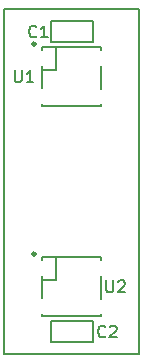
<source format=gto>
G04 #@! TF.FileFunction,Legend,Top*
%FSLAX46Y46*%
G04 Gerber Fmt 4.6, Leading zero omitted, Abs format (unit mm)*
G04 Created by KiCad (PCBNEW (2016-05-03 BZR 6266)-product) date Mon Jul 11 04:52:19 2016*
%MOMM*%
%LPD*%
G01*
G04 APERTURE LIST*
%ADD10C,0.350000*%
%ADD11C,0.150000*%
%ADD12C,0.180000*%
%ADD13C,0.300000*%
G04 APERTURE END LIST*
D10*
D11*
X140335000Y-86995000D02*
X140335000Y-116205000D01*
X151765000Y-86995000D02*
X140335000Y-86995000D01*
X151765000Y-116205000D02*
X151765000Y-86995000D01*
X140335000Y-116205000D02*
X151765000Y-116205000D01*
D12*
X143550000Y-92110000D02*
X144750000Y-92110000D01*
X144750000Y-92110000D02*
X144750000Y-90210000D01*
D13*
X142950000Y-89910000D02*
G75*
G03X142950000Y-89910000I-100000J0D01*
G01*
D12*
X143550000Y-95010000D02*
X143550000Y-95210000D01*
X143550000Y-95210000D02*
X148550000Y-95210000D01*
X148550000Y-95210000D02*
X148550000Y-95010000D01*
X143550000Y-91810000D02*
X143550000Y-93610000D01*
X148550000Y-90210000D02*
X143550000Y-90210000D01*
X143550000Y-90210000D02*
X143550000Y-90410000D01*
X148550000Y-90210000D02*
X148550000Y-90410000D01*
X148550000Y-93710000D02*
X148550000Y-91810000D01*
X147828000Y-89789000D02*
X144272000Y-89789000D01*
X144272000Y-89789000D02*
X144272000Y-88011000D01*
X144272000Y-88011000D02*
X147828000Y-88011000D01*
X147828000Y-88011000D02*
X147828000Y-89789000D01*
X147828000Y-115189000D02*
X144272000Y-115189000D01*
X144272000Y-115189000D02*
X144272000Y-113411000D01*
X144272000Y-113411000D02*
X147828000Y-113411000D01*
X147828000Y-113411000D02*
X147828000Y-115189000D01*
X143550000Y-109890000D02*
X144750000Y-109890000D01*
X144750000Y-109890000D02*
X144750000Y-107990000D01*
D13*
X142950000Y-107690000D02*
G75*
G03X142950000Y-107690000I-100000J0D01*
G01*
D12*
X143550000Y-112790000D02*
X143550000Y-112990000D01*
X143550000Y-112990000D02*
X148550000Y-112990000D01*
X148550000Y-112990000D02*
X148550000Y-112790000D01*
X143550000Y-109590000D02*
X143550000Y-111390000D01*
X148550000Y-107990000D02*
X143550000Y-107990000D01*
X143550000Y-107990000D02*
X143550000Y-108190000D01*
X148550000Y-107990000D02*
X148550000Y-108190000D01*
X148550000Y-111490000D02*
X148550000Y-109590000D01*
X141224095Y-92162381D02*
X141224095Y-92971905D01*
X141271714Y-93067143D01*
X141319333Y-93114762D01*
X141414571Y-93162381D01*
X141605048Y-93162381D01*
X141700286Y-93114762D01*
X141747905Y-93067143D01*
X141795524Y-92971905D01*
X141795524Y-92162381D01*
X142795524Y-93162381D02*
X142224095Y-93162381D01*
X142509809Y-93162381D02*
X142509809Y-92162381D01*
X142414571Y-92305238D01*
X142319333Y-92400476D01*
X142224095Y-92448095D01*
X143049524Y-89265143D02*
X143001905Y-89312762D01*
X142859048Y-89360381D01*
X142763810Y-89360381D01*
X142620952Y-89312762D01*
X142525714Y-89217524D01*
X142478095Y-89122286D01*
X142430476Y-88931810D01*
X142430476Y-88788952D01*
X142478095Y-88598476D01*
X142525714Y-88503238D01*
X142620952Y-88408000D01*
X142763810Y-88360381D01*
X142859048Y-88360381D01*
X143001905Y-88408000D01*
X143049524Y-88455619D01*
X144001905Y-89360381D02*
X143430476Y-89360381D01*
X143716190Y-89360381D02*
X143716190Y-88360381D01*
X143620952Y-88503238D01*
X143525714Y-88598476D01*
X143430476Y-88646095D01*
X148891524Y-114665143D02*
X148843905Y-114712762D01*
X148701048Y-114760381D01*
X148605810Y-114760381D01*
X148462952Y-114712762D01*
X148367714Y-114617524D01*
X148320095Y-114522286D01*
X148272476Y-114331810D01*
X148272476Y-114188952D01*
X148320095Y-113998476D01*
X148367714Y-113903238D01*
X148462952Y-113808000D01*
X148605810Y-113760381D01*
X148701048Y-113760381D01*
X148843905Y-113808000D01*
X148891524Y-113855619D01*
X149272476Y-113855619D02*
X149320095Y-113808000D01*
X149415333Y-113760381D01*
X149653429Y-113760381D01*
X149748667Y-113808000D01*
X149796286Y-113855619D01*
X149843905Y-113950857D01*
X149843905Y-114046095D01*
X149796286Y-114188952D01*
X149224857Y-114760381D01*
X149843905Y-114760381D01*
X148971095Y-109942381D02*
X148971095Y-110751905D01*
X149018714Y-110847143D01*
X149066333Y-110894762D01*
X149161571Y-110942381D01*
X149352048Y-110942381D01*
X149447286Y-110894762D01*
X149494905Y-110847143D01*
X149542524Y-110751905D01*
X149542524Y-109942381D01*
X149971095Y-110037619D02*
X150018714Y-109990000D01*
X150113952Y-109942381D01*
X150352048Y-109942381D01*
X150447286Y-109990000D01*
X150494905Y-110037619D01*
X150542524Y-110132857D01*
X150542524Y-110228095D01*
X150494905Y-110370952D01*
X149923476Y-110942381D01*
X150542524Y-110942381D01*
M02*

</source>
